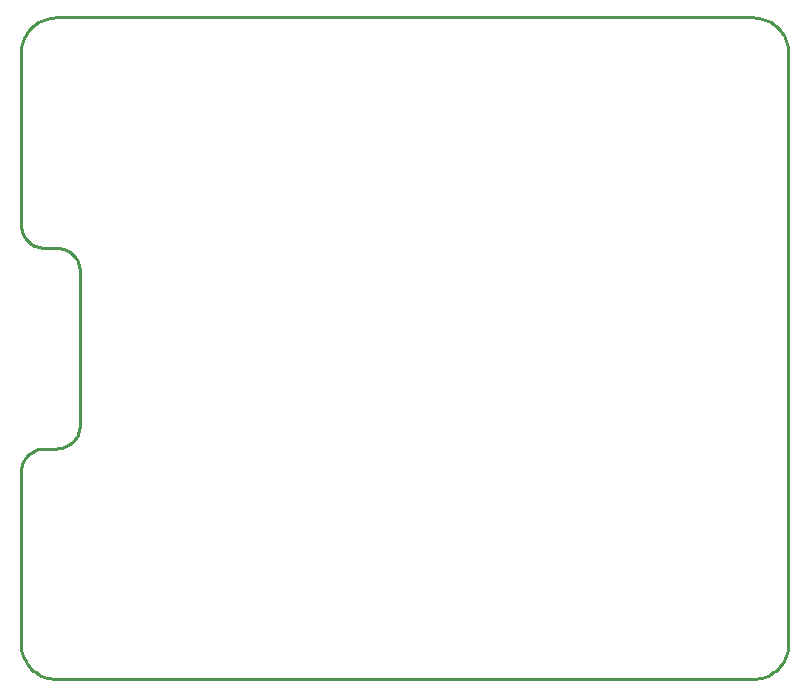
<source format=gbr>
G04 EAGLE Gerber RS-274X export*
G75*
%MOMM*%
%FSLAX34Y34*%
%LPD*%
%IN*%
%IPPOS*%
%AMOC8*
5,1,8,0,0,1.08239X$1,22.5*%
G01*
G04 Define Apertures*
%ADD10C,0.254000*%
D10*
X0Y30000D02*
X114Y27385D01*
X456Y24791D01*
X1022Y22235D01*
X1809Y19739D01*
X2811Y17321D01*
X4019Y15000D01*
X5425Y12793D01*
X7019Y10716D01*
X8787Y8787D01*
X10716Y7019D01*
X12793Y5425D01*
X15000Y4019D01*
X17321Y2811D01*
X19739Y1809D01*
X22235Y1022D01*
X24791Y456D01*
X27385Y114D01*
X30000Y0D01*
X620000Y0D01*
X622615Y114D01*
X625209Y456D01*
X627765Y1022D01*
X630261Y1809D01*
X632679Y2811D01*
X635000Y4019D01*
X637207Y5425D01*
X639284Y7019D01*
X641213Y8787D01*
X642981Y10716D01*
X644575Y12793D01*
X645981Y15000D01*
X647189Y17321D01*
X648191Y19739D01*
X648978Y22235D01*
X649544Y24791D01*
X649886Y27385D01*
X650000Y30000D01*
X650000Y530000D01*
X649886Y532615D01*
X649544Y535209D01*
X648978Y537765D01*
X648191Y540261D01*
X647189Y542679D01*
X645981Y545000D01*
X644575Y547207D01*
X642981Y549284D01*
X641213Y551213D01*
X639284Y552981D01*
X637207Y554575D01*
X635000Y555981D01*
X632679Y557189D01*
X630261Y558191D01*
X627765Y558978D01*
X625209Y559544D01*
X622615Y559886D01*
X620000Y560000D01*
X30000Y560000D01*
X27385Y559886D01*
X24791Y559544D01*
X22235Y558978D01*
X19739Y558191D01*
X17321Y557189D01*
X15000Y555981D01*
X12793Y554575D01*
X10716Y552981D01*
X8787Y551213D01*
X7019Y549284D01*
X5425Y547207D01*
X4019Y545000D01*
X2811Y542679D01*
X1809Y540261D01*
X1022Y537765D01*
X456Y535209D01*
X114Y532615D01*
X0Y530000D01*
X0Y385000D01*
X76Y383257D01*
X304Y381527D01*
X681Y379824D01*
X1206Y378160D01*
X1874Y376548D01*
X2680Y375000D01*
X3617Y373528D01*
X4679Y372144D01*
X5858Y370858D01*
X7144Y369679D01*
X8528Y368617D01*
X10000Y367680D01*
X11548Y366874D01*
X13160Y366206D01*
X14824Y365681D01*
X16527Y365304D01*
X18257Y365076D01*
X20000Y365000D01*
X30000Y365000D01*
X31743Y364924D01*
X33473Y364696D01*
X35176Y364319D01*
X36840Y363794D01*
X38452Y363126D01*
X40000Y362321D01*
X41472Y361383D01*
X42856Y360321D01*
X44142Y359142D01*
X45321Y357856D01*
X46383Y356472D01*
X47321Y355000D01*
X48126Y353452D01*
X48794Y351840D01*
X49319Y350176D01*
X49696Y348473D01*
X49924Y346743D01*
X50000Y345000D01*
X50000Y215000D01*
X49924Y213257D01*
X49696Y211527D01*
X49319Y209824D01*
X48794Y208160D01*
X48126Y206548D01*
X47321Y205000D01*
X46383Y203528D01*
X45321Y202144D01*
X44142Y200858D01*
X42856Y199679D01*
X41472Y198617D01*
X40000Y197680D01*
X38452Y196874D01*
X36840Y196206D01*
X35176Y195681D01*
X33473Y195304D01*
X31743Y195076D01*
X30000Y195000D01*
X20000Y195000D01*
X18257Y194924D01*
X16527Y194696D01*
X14824Y194319D01*
X13160Y193794D01*
X11548Y193126D01*
X10000Y192321D01*
X8528Y191383D01*
X7144Y190321D01*
X5858Y189142D01*
X4679Y187856D01*
X3617Y186472D01*
X2680Y185000D01*
X1874Y183452D01*
X1206Y181840D01*
X681Y180176D01*
X304Y178473D01*
X76Y176743D01*
X0Y175000D01*
X0Y30000D01*
M02*

</source>
